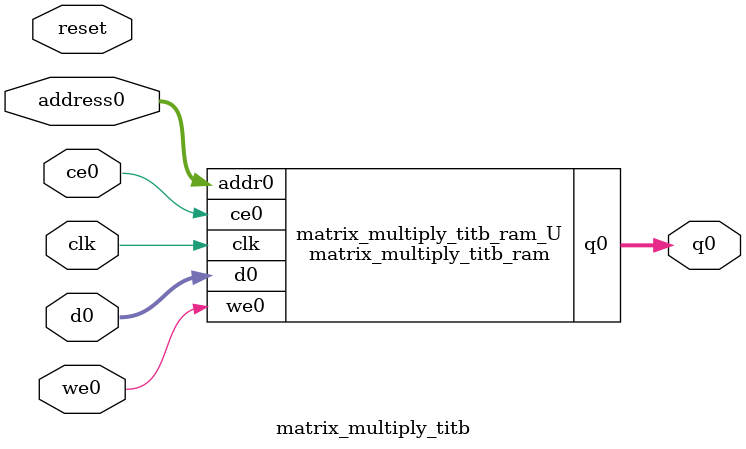
<source format=v>

`timescale 1 ns / 1 ps
module matrix_multiply_titb_ram (addr0, ce0, d0, we0, q0,  clk);

parameter DWIDTH = 8;
parameter AWIDTH = 16;
parameter MEM_SIZE = 51200;

input[AWIDTH-1:0] addr0;
input ce0;
input[DWIDTH-1:0] d0;
input we0;
output reg[DWIDTH-1:0] q0;
input clk;

(* ram_style = "block" *)reg [DWIDTH-1:0] ram[0:MEM_SIZE-1];




always @(posedge clk)  
begin 
    if (ce0) 
    begin
        if (we0) 
        begin 
            ram[addr0] <= d0; 
            //q0 <= d0;
        end 
        else 
            q0 <= ram[addr0];
    end
end


endmodule


`timescale 1 ns / 1 ps
module matrix_multiply_titb(
    reset,
    clk,
    address0,
    ce0,
    we0,
    d0,
    q0);

parameter DataWidth = 32'd8;
parameter AddressRange = 32'd51200;
parameter AddressWidth = 32'd16;
input reset;
input clk;
input[AddressWidth - 1:0] address0;
input ce0;
input we0;
input[DataWidth - 1:0] d0;
output[DataWidth - 1:0] q0;



matrix_multiply_titb_ram matrix_multiply_titb_ram_U(
    .clk( clk ),
    .addr0( address0 ),
    .ce0( ce0 ),
    .we0( we0 ),
    .d0( d0 ),
    .q0( q0 ));

endmodule


</source>
